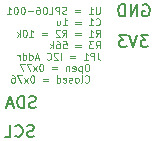
<source format=gbo>
G04 #@! TF.GenerationSoftware,KiCad,Pcbnew,6.0.11*
G04 #@! TF.CreationDate,2025-02-19T14:46:05+01:00*
G04 #@! TF.ProjectId,SPL06,53504c30-362e-46b6-9963-61645f706362,rev?*
G04 #@! TF.SameCoordinates,Original*
G04 #@! TF.FileFunction,Legend,Bot*
G04 #@! TF.FilePolarity,Positive*
%FSLAX46Y46*%
G04 Gerber Fmt 4.6, Leading zero omitted, Abs format (unit mm)*
G04 Created by KiCad (PCBNEW 6.0.11) date 2025-02-19 14:46:05*
%MOMM*%
%LPD*%
G01*
G04 APERTURE LIST*
%ADD10C,0.150000*%
%ADD11C,0.120000*%
%ADD12O,1.700000X1.700000*%
G04 APERTURE END LIST*
D10*
X145251904Y-75660000D02*
X145347142Y-75612380D01*
X145490000Y-75612380D01*
X145632857Y-75660000D01*
X145728095Y-75755238D01*
X145775714Y-75850476D01*
X145823333Y-76040952D01*
X145823333Y-76183809D01*
X145775714Y-76374285D01*
X145728095Y-76469523D01*
X145632857Y-76564761D01*
X145490000Y-76612380D01*
X145394761Y-76612380D01*
X145251904Y-76564761D01*
X145204285Y-76517142D01*
X145204285Y-76183809D01*
X145394761Y-76183809D01*
X144775714Y-76612380D02*
X144775714Y-75612380D01*
X144204285Y-76612380D01*
X144204285Y-75612380D01*
X143728095Y-76612380D02*
X143728095Y-75612380D01*
X143490000Y-75612380D01*
X143347142Y-75660000D01*
X143251904Y-75755238D01*
X143204285Y-75850476D01*
X143156666Y-76040952D01*
X143156666Y-76183809D01*
X143204285Y-76374285D01*
X143251904Y-76469523D01*
X143347142Y-76564761D01*
X143490000Y-76612380D01*
X143728095Y-76612380D01*
X136164285Y-84314761D02*
X136021428Y-84362380D01*
X135783333Y-84362380D01*
X135688095Y-84314761D01*
X135640476Y-84267142D01*
X135592857Y-84171904D01*
X135592857Y-84076666D01*
X135640476Y-83981428D01*
X135688095Y-83933809D01*
X135783333Y-83886190D01*
X135973809Y-83838571D01*
X136069047Y-83790952D01*
X136116666Y-83743333D01*
X136164285Y-83648095D01*
X136164285Y-83552857D01*
X136116666Y-83457619D01*
X136069047Y-83410000D01*
X135973809Y-83362380D01*
X135735714Y-83362380D01*
X135592857Y-83410000D01*
X135164285Y-84362380D02*
X135164285Y-83362380D01*
X134926190Y-83362380D01*
X134783333Y-83410000D01*
X134688095Y-83505238D01*
X134640476Y-83600476D01*
X134592857Y-83790952D01*
X134592857Y-83933809D01*
X134640476Y-84124285D01*
X134688095Y-84219523D01*
X134783333Y-84314761D01*
X134926190Y-84362380D01*
X135164285Y-84362380D01*
X134211904Y-84076666D02*
X133735714Y-84076666D01*
X134307142Y-84362380D02*
X133973809Y-83362380D01*
X133640476Y-84362380D01*
D11*
X141599142Y-75823428D02*
X141599142Y-76309142D01*
X141570571Y-76366285D01*
X141542000Y-76394857D01*
X141484857Y-76423428D01*
X141370571Y-76423428D01*
X141313428Y-76394857D01*
X141284857Y-76366285D01*
X141256285Y-76309142D01*
X141256285Y-75823428D01*
X140656285Y-76423428D02*
X140999142Y-76423428D01*
X140827714Y-76423428D02*
X140827714Y-75823428D01*
X140884857Y-75909142D01*
X140942000Y-75966285D01*
X140999142Y-75994857D01*
X139942000Y-76109142D02*
X139484857Y-76109142D01*
X139484857Y-76280571D02*
X139942000Y-76280571D01*
X138770571Y-76394857D02*
X138684857Y-76423428D01*
X138542000Y-76423428D01*
X138484857Y-76394857D01*
X138456285Y-76366285D01*
X138427714Y-76309142D01*
X138427714Y-76252000D01*
X138456285Y-76194857D01*
X138484857Y-76166285D01*
X138542000Y-76137714D01*
X138656285Y-76109142D01*
X138713428Y-76080571D01*
X138742000Y-76052000D01*
X138770571Y-75994857D01*
X138770571Y-75937714D01*
X138742000Y-75880571D01*
X138713428Y-75852000D01*
X138656285Y-75823428D01*
X138513428Y-75823428D01*
X138427714Y-75852000D01*
X138170571Y-76423428D02*
X138170571Y-75823428D01*
X137942000Y-75823428D01*
X137884857Y-75852000D01*
X137856285Y-75880571D01*
X137827714Y-75937714D01*
X137827714Y-76023428D01*
X137856285Y-76080571D01*
X137884857Y-76109142D01*
X137942000Y-76137714D01*
X138170571Y-76137714D01*
X137284857Y-76423428D02*
X137570571Y-76423428D01*
X137570571Y-75823428D01*
X136970571Y-75823428D02*
X136913428Y-75823428D01*
X136856285Y-75852000D01*
X136827714Y-75880571D01*
X136799142Y-75937714D01*
X136770571Y-76052000D01*
X136770571Y-76194857D01*
X136799142Y-76309142D01*
X136827714Y-76366285D01*
X136856285Y-76394857D01*
X136913428Y-76423428D01*
X136970571Y-76423428D01*
X137027714Y-76394857D01*
X137056285Y-76366285D01*
X137084857Y-76309142D01*
X137113428Y-76194857D01*
X137113428Y-76052000D01*
X137084857Y-75937714D01*
X137056285Y-75880571D01*
X137027714Y-75852000D01*
X136970571Y-75823428D01*
X136256285Y-75823428D02*
X136370571Y-75823428D01*
X136427714Y-75852000D01*
X136456285Y-75880571D01*
X136513428Y-75966285D01*
X136542000Y-76080571D01*
X136542000Y-76309142D01*
X136513428Y-76366285D01*
X136484857Y-76394857D01*
X136427714Y-76423428D01*
X136313428Y-76423428D01*
X136256285Y-76394857D01*
X136227714Y-76366285D01*
X136199142Y-76309142D01*
X136199142Y-76166285D01*
X136227714Y-76109142D01*
X136256285Y-76080571D01*
X136313428Y-76052000D01*
X136427714Y-76052000D01*
X136484857Y-76080571D01*
X136513428Y-76109142D01*
X136542000Y-76166285D01*
X135942000Y-76194857D02*
X135484857Y-76194857D01*
X135084857Y-75823428D02*
X135027714Y-75823428D01*
X134970571Y-75852000D01*
X134942000Y-75880571D01*
X134913428Y-75937714D01*
X134884857Y-76052000D01*
X134884857Y-76194857D01*
X134913428Y-76309142D01*
X134942000Y-76366285D01*
X134970571Y-76394857D01*
X135027714Y-76423428D01*
X135084857Y-76423428D01*
X135142000Y-76394857D01*
X135170571Y-76366285D01*
X135199142Y-76309142D01*
X135227714Y-76194857D01*
X135227714Y-76052000D01*
X135199142Y-75937714D01*
X135170571Y-75880571D01*
X135142000Y-75852000D01*
X135084857Y-75823428D01*
X134513428Y-75823428D02*
X134456285Y-75823428D01*
X134399142Y-75852000D01*
X134370571Y-75880571D01*
X134342000Y-75937714D01*
X134313428Y-76052000D01*
X134313428Y-76194857D01*
X134342000Y-76309142D01*
X134370571Y-76366285D01*
X134399142Y-76394857D01*
X134456285Y-76423428D01*
X134513428Y-76423428D01*
X134570571Y-76394857D01*
X134599142Y-76366285D01*
X134627714Y-76309142D01*
X134656285Y-76194857D01*
X134656285Y-76052000D01*
X134627714Y-75937714D01*
X134599142Y-75880571D01*
X134570571Y-75852000D01*
X134513428Y-75823428D01*
X133742000Y-76423428D02*
X134084857Y-76423428D01*
X133913428Y-76423428D02*
X133913428Y-75823428D01*
X133970571Y-75909142D01*
X134027714Y-75966285D01*
X134084857Y-75994857D01*
X141256285Y-77332285D02*
X141284857Y-77360857D01*
X141370571Y-77389428D01*
X141427714Y-77389428D01*
X141513428Y-77360857D01*
X141570571Y-77303714D01*
X141599142Y-77246571D01*
X141627714Y-77132285D01*
X141627714Y-77046571D01*
X141599142Y-76932285D01*
X141570571Y-76875142D01*
X141513428Y-76818000D01*
X141427714Y-76789428D01*
X141370571Y-76789428D01*
X141284857Y-76818000D01*
X141256285Y-76846571D01*
X140684857Y-77389428D02*
X141027714Y-77389428D01*
X140856285Y-77389428D02*
X140856285Y-76789428D01*
X140913428Y-76875142D01*
X140970571Y-76932285D01*
X141027714Y-76960857D01*
X139970571Y-77075142D02*
X139513428Y-77075142D01*
X139513428Y-77246571D02*
X139970571Y-77246571D01*
X138456285Y-77389428D02*
X138799142Y-77389428D01*
X138627714Y-77389428D02*
X138627714Y-76789428D01*
X138684857Y-76875142D01*
X138742000Y-76932285D01*
X138799142Y-76960857D01*
X137942000Y-76989428D02*
X137942000Y-77389428D01*
X138199142Y-76989428D02*
X138199142Y-77303714D01*
X138170571Y-77360857D01*
X138113428Y-77389428D01*
X138027714Y-77389428D01*
X137970571Y-77360857D01*
X137942000Y-77332285D01*
X141256285Y-78355428D02*
X141456285Y-78069714D01*
X141599142Y-78355428D02*
X141599142Y-77755428D01*
X141370571Y-77755428D01*
X141313428Y-77784000D01*
X141284857Y-77812571D01*
X141256285Y-77869714D01*
X141256285Y-77955428D01*
X141284857Y-78012571D01*
X141313428Y-78041142D01*
X141370571Y-78069714D01*
X141599142Y-78069714D01*
X140684857Y-78355428D02*
X141027714Y-78355428D01*
X140856285Y-78355428D02*
X140856285Y-77755428D01*
X140913428Y-77841142D01*
X140970571Y-77898285D01*
X141027714Y-77926857D01*
X139970571Y-78041142D02*
X139513428Y-78041142D01*
X139513428Y-78212571D02*
X139970571Y-78212571D01*
X138427714Y-78355428D02*
X138627714Y-78069714D01*
X138770571Y-78355428D02*
X138770571Y-77755428D01*
X138542000Y-77755428D01*
X138484857Y-77784000D01*
X138456285Y-77812571D01*
X138427714Y-77869714D01*
X138427714Y-77955428D01*
X138456285Y-78012571D01*
X138484857Y-78041142D01*
X138542000Y-78069714D01*
X138770571Y-78069714D01*
X138199142Y-77812571D02*
X138170571Y-77784000D01*
X138113428Y-77755428D01*
X137970571Y-77755428D01*
X137913428Y-77784000D01*
X137884857Y-77812571D01*
X137856285Y-77869714D01*
X137856285Y-77926857D01*
X137884857Y-78012571D01*
X138227714Y-78355428D01*
X137856285Y-78355428D01*
X137142000Y-78041142D02*
X136684857Y-78041142D01*
X136684857Y-78212571D02*
X137142000Y-78212571D01*
X135627714Y-78355428D02*
X135970571Y-78355428D01*
X135799142Y-78355428D02*
X135799142Y-77755428D01*
X135856285Y-77841142D01*
X135913428Y-77898285D01*
X135970571Y-77926857D01*
X135256285Y-77755428D02*
X135199142Y-77755428D01*
X135142000Y-77784000D01*
X135113428Y-77812571D01*
X135084857Y-77869714D01*
X135056285Y-77984000D01*
X135056285Y-78126857D01*
X135084857Y-78241142D01*
X135113428Y-78298285D01*
X135142000Y-78326857D01*
X135199142Y-78355428D01*
X135256285Y-78355428D01*
X135313428Y-78326857D01*
X135342000Y-78298285D01*
X135370571Y-78241142D01*
X135399142Y-78126857D01*
X135399142Y-77984000D01*
X135370571Y-77869714D01*
X135342000Y-77812571D01*
X135313428Y-77784000D01*
X135256285Y-77755428D01*
X134799142Y-78355428D02*
X134799142Y-77755428D01*
X134742000Y-78126857D02*
X134570571Y-78355428D01*
X134570571Y-77955428D02*
X134799142Y-78184000D01*
X141256285Y-79321428D02*
X141456285Y-79035714D01*
X141599142Y-79321428D02*
X141599142Y-78721428D01*
X141370571Y-78721428D01*
X141313428Y-78750000D01*
X141284857Y-78778571D01*
X141256285Y-78835714D01*
X141256285Y-78921428D01*
X141284857Y-78978571D01*
X141313428Y-79007142D01*
X141370571Y-79035714D01*
X141599142Y-79035714D01*
X141056285Y-78721428D02*
X140684857Y-78721428D01*
X140884857Y-78950000D01*
X140799142Y-78950000D01*
X140742000Y-78978571D01*
X140713428Y-79007142D01*
X140684857Y-79064285D01*
X140684857Y-79207142D01*
X140713428Y-79264285D01*
X140742000Y-79292857D01*
X140799142Y-79321428D01*
X140970571Y-79321428D01*
X141027714Y-79292857D01*
X141056285Y-79264285D01*
X139970571Y-79007142D02*
X139513428Y-79007142D01*
X139513428Y-79178571D02*
X139970571Y-79178571D01*
X138484857Y-78721428D02*
X138770571Y-78721428D01*
X138799142Y-79007142D01*
X138770571Y-78978571D01*
X138713428Y-78950000D01*
X138570571Y-78950000D01*
X138513428Y-78978571D01*
X138484857Y-79007142D01*
X138456285Y-79064285D01*
X138456285Y-79207142D01*
X138484857Y-79264285D01*
X138513428Y-79292857D01*
X138570571Y-79321428D01*
X138713428Y-79321428D01*
X138770571Y-79292857D01*
X138799142Y-79264285D01*
X137942000Y-78721428D02*
X138056285Y-78721428D01*
X138113428Y-78750000D01*
X138142000Y-78778571D01*
X138199142Y-78864285D01*
X138227714Y-78978571D01*
X138227714Y-79207142D01*
X138199142Y-79264285D01*
X138170571Y-79292857D01*
X138113428Y-79321428D01*
X137999142Y-79321428D01*
X137942000Y-79292857D01*
X137913428Y-79264285D01*
X137884857Y-79207142D01*
X137884857Y-79064285D01*
X137913428Y-79007142D01*
X137942000Y-78978571D01*
X137999142Y-78950000D01*
X138113428Y-78950000D01*
X138170571Y-78978571D01*
X138199142Y-79007142D01*
X138227714Y-79064285D01*
X137627714Y-79321428D02*
X137627714Y-78721428D01*
X137570571Y-79092857D02*
X137399142Y-79321428D01*
X137399142Y-78921428D02*
X137627714Y-79150000D01*
X141427714Y-79687428D02*
X141427714Y-80116000D01*
X141456285Y-80201714D01*
X141513428Y-80258857D01*
X141599142Y-80287428D01*
X141656285Y-80287428D01*
X141142000Y-80287428D02*
X141142000Y-79687428D01*
X140913428Y-79687428D01*
X140856285Y-79716000D01*
X140827714Y-79744571D01*
X140799142Y-79801714D01*
X140799142Y-79887428D01*
X140827714Y-79944571D01*
X140856285Y-79973142D01*
X140913428Y-80001714D01*
X141142000Y-80001714D01*
X140227714Y-80287428D02*
X140570571Y-80287428D01*
X140399142Y-80287428D02*
X140399142Y-79687428D01*
X140456285Y-79773142D01*
X140513428Y-79830285D01*
X140570571Y-79858857D01*
X139513428Y-79973142D02*
X139056285Y-79973142D01*
X139056285Y-80144571D02*
X139513428Y-80144571D01*
X138313428Y-80287428D02*
X138313428Y-79687428D01*
X138056285Y-79744571D02*
X138027714Y-79716000D01*
X137970571Y-79687428D01*
X137827714Y-79687428D01*
X137770571Y-79716000D01*
X137742000Y-79744571D01*
X137713428Y-79801714D01*
X137713428Y-79858857D01*
X137742000Y-79944571D01*
X138084857Y-80287428D01*
X137713428Y-80287428D01*
X137113428Y-80230285D02*
X137142000Y-80258857D01*
X137227714Y-80287428D01*
X137284857Y-80287428D01*
X137370571Y-80258857D01*
X137427714Y-80201714D01*
X137456285Y-80144571D01*
X137484857Y-80030285D01*
X137484857Y-79944571D01*
X137456285Y-79830285D01*
X137427714Y-79773142D01*
X137370571Y-79716000D01*
X137284857Y-79687428D01*
X137227714Y-79687428D01*
X137142000Y-79716000D01*
X137113428Y-79744571D01*
X136427714Y-80116000D02*
X136142000Y-80116000D01*
X136484857Y-80287428D02*
X136284857Y-79687428D01*
X136084857Y-80287428D01*
X135627714Y-80287428D02*
X135627714Y-79687428D01*
X135627714Y-80258857D02*
X135684857Y-80287428D01*
X135799142Y-80287428D01*
X135856285Y-80258857D01*
X135884857Y-80230285D01*
X135913428Y-80173142D01*
X135913428Y-80001714D01*
X135884857Y-79944571D01*
X135856285Y-79916000D01*
X135799142Y-79887428D01*
X135684857Y-79887428D01*
X135627714Y-79916000D01*
X135084857Y-80287428D02*
X135084857Y-79687428D01*
X135084857Y-80258857D02*
X135142000Y-80287428D01*
X135256285Y-80287428D01*
X135313428Y-80258857D01*
X135342000Y-80230285D01*
X135370571Y-80173142D01*
X135370571Y-80001714D01*
X135342000Y-79944571D01*
X135313428Y-79916000D01*
X135256285Y-79887428D01*
X135142000Y-79887428D01*
X135084857Y-79916000D01*
X134799142Y-80287428D02*
X134799142Y-79887428D01*
X134799142Y-80001714D02*
X134770571Y-79944571D01*
X134742000Y-79916000D01*
X134684857Y-79887428D01*
X134627714Y-79887428D01*
X140570571Y-80653428D02*
X140456285Y-80653428D01*
X140399142Y-80682000D01*
X140342000Y-80739142D01*
X140313428Y-80853428D01*
X140313428Y-81053428D01*
X140342000Y-81167714D01*
X140399142Y-81224857D01*
X140456285Y-81253428D01*
X140570571Y-81253428D01*
X140627714Y-81224857D01*
X140684857Y-81167714D01*
X140713428Y-81053428D01*
X140713428Y-80853428D01*
X140684857Y-80739142D01*
X140627714Y-80682000D01*
X140570571Y-80653428D01*
X140056285Y-80853428D02*
X140056285Y-81453428D01*
X140056285Y-80882000D02*
X139999142Y-80853428D01*
X139884857Y-80853428D01*
X139827714Y-80882000D01*
X139799142Y-80910571D01*
X139770571Y-80967714D01*
X139770571Y-81139142D01*
X139799142Y-81196285D01*
X139827714Y-81224857D01*
X139884857Y-81253428D01*
X139999142Y-81253428D01*
X140056285Y-81224857D01*
X139284857Y-81224857D02*
X139342000Y-81253428D01*
X139456285Y-81253428D01*
X139513428Y-81224857D01*
X139542000Y-81167714D01*
X139542000Y-80939142D01*
X139513428Y-80882000D01*
X139456285Y-80853428D01*
X139342000Y-80853428D01*
X139284857Y-80882000D01*
X139256285Y-80939142D01*
X139256285Y-80996285D01*
X139542000Y-81053428D01*
X138999142Y-80853428D02*
X138999142Y-81253428D01*
X138999142Y-80910571D02*
X138970571Y-80882000D01*
X138913428Y-80853428D01*
X138827714Y-80853428D01*
X138770571Y-80882000D01*
X138742000Y-80939142D01*
X138742000Y-81253428D01*
X137999142Y-80939142D02*
X137542000Y-80939142D01*
X137542000Y-81110571D02*
X137999142Y-81110571D01*
X136684857Y-80653428D02*
X136627714Y-80653428D01*
X136570571Y-80682000D01*
X136542000Y-80710571D01*
X136513428Y-80767714D01*
X136484857Y-80882000D01*
X136484857Y-81024857D01*
X136513428Y-81139142D01*
X136542000Y-81196285D01*
X136570571Y-81224857D01*
X136627714Y-81253428D01*
X136684857Y-81253428D01*
X136742000Y-81224857D01*
X136770571Y-81196285D01*
X136799142Y-81139142D01*
X136827714Y-81024857D01*
X136827714Y-80882000D01*
X136799142Y-80767714D01*
X136770571Y-80710571D01*
X136742000Y-80682000D01*
X136684857Y-80653428D01*
X136284857Y-81253428D02*
X135970571Y-80853428D01*
X136284857Y-80853428D02*
X135970571Y-81253428D01*
X135799142Y-80653428D02*
X135399142Y-80653428D01*
X135656285Y-81253428D01*
X135227714Y-80653428D02*
X134827714Y-80653428D01*
X135084857Y-81253428D01*
X140342000Y-82162285D02*
X140370571Y-82190857D01*
X140456285Y-82219428D01*
X140513428Y-82219428D01*
X140599142Y-82190857D01*
X140656285Y-82133714D01*
X140684857Y-82076571D01*
X140713428Y-81962285D01*
X140713428Y-81876571D01*
X140684857Y-81762285D01*
X140656285Y-81705142D01*
X140599142Y-81648000D01*
X140513428Y-81619428D01*
X140456285Y-81619428D01*
X140370571Y-81648000D01*
X140342000Y-81676571D01*
X139999142Y-82219428D02*
X140056285Y-82190857D01*
X140084857Y-82133714D01*
X140084857Y-81619428D01*
X139684857Y-82219428D02*
X139742000Y-82190857D01*
X139770571Y-82162285D01*
X139799142Y-82105142D01*
X139799142Y-81933714D01*
X139770571Y-81876571D01*
X139742000Y-81848000D01*
X139684857Y-81819428D01*
X139599142Y-81819428D01*
X139542000Y-81848000D01*
X139513428Y-81876571D01*
X139484857Y-81933714D01*
X139484857Y-82105142D01*
X139513428Y-82162285D01*
X139542000Y-82190857D01*
X139599142Y-82219428D01*
X139684857Y-82219428D01*
X139256285Y-82190857D02*
X139199142Y-82219428D01*
X139084857Y-82219428D01*
X139027714Y-82190857D01*
X138999142Y-82133714D01*
X138999142Y-82105142D01*
X139027714Y-82048000D01*
X139084857Y-82019428D01*
X139170571Y-82019428D01*
X139227714Y-81990857D01*
X139256285Y-81933714D01*
X139256285Y-81905142D01*
X139227714Y-81848000D01*
X139170571Y-81819428D01*
X139084857Y-81819428D01*
X139027714Y-81848000D01*
X138513428Y-82190857D02*
X138570571Y-82219428D01*
X138684857Y-82219428D01*
X138742000Y-82190857D01*
X138770571Y-82133714D01*
X138770571Y-81905142D01*
X138742000Y-81848000D01*
X138684857Y-81819428D01*
X138570571Y-81819428D01*
X138513428Y-81848000D01*
X138484857Y-81905142D01*
X138484857Y-81962285D01*
X138770571Y-82019428D01*
X137970571Y-82219428D02*
X137970571Y-81619428D01*
X137970571Y-82190857D02*
X138027714Y-82219428D01*
X138142000Y-82219428D01*
X138199142Y-82190857D01*
X138227714Y-82162285D01*
X138256285Y-82105142D01*
X138256285Y-81933714D01*
X138227714Y-81876571D01*
X138199142Y-81848000D01*
X138142000Y-81819428D01*
X138027714Y-81819428D01*
X137970571Y-81848000D01*
X137227714Y-81905142D02*
X136770571Y-81905142D01*
X136770571Y-82076571D02*
X137227714Y-82076571D01*
X135913428Y-81619428D02*
X135856285Y-81619428D01*
X135799142Y-81648000D01*
X135770571Y-81676571D01*
X135742000Y-81733714D01*
X135713428Y-81848000D01*
X135713428Y-81990857D01*
X135742000Y-82105142D01*
X135770571Y-82162285D01*
X135799142Y-82190857D01*
X135856285Y-82219428D01*
X135913428Y-82219428D01*
X135970571Y-82190857D01*
X135999142Y-82162285D01*
X136027714Y-82105142D01*
X136056285Y-81990857D01*
X136056285Y-81848000D01*
X136027714Y-81733714D01*
X135999142Y-81676571D01*
X135970571Y-81648000D01*
X135913428Y-81619428D01*
X135513428Y-82219428D02*
X135199142Y-81819428D01*
X135513428Y-81819428D02*
X135199142Y-82219428D01*
X135027714Y-81619428D02*
X134627714Y-81619428D01*
X134884857Y-82219428D01*
X134142000Y-81619428D02*
X134256285Y-81619428D01*
X134313428Y-81648000D01*
X134342000Y-81676571D01*
X134399142Y-81762285D01*
X134427714Y-81876571D01*
X134427714Y-82105142D01*
X134399142Y-82162285D01*
X134370571Y-82190857D01*
X134313428Y-82219428D01*
X134199142Y-82219428D01*
X134142000Y-82190857D01*
X134113428Y-82162285D01*
X134084857Y-82105142D01*
X134084857Y-81962285D01*
X134113428Y-81905142D01*
X134142000Y-81876571D01*
X134199142Y-81848000D01*
X134313428Y-81848000D01*
X134370571Y-81876571D01*
X134399142Y-81905142D01*
X134427714Y-81962285D01*
D10*
X145668095Y-78212380D02*
X145049047Y-78212380D01*
X145382380Y-78593333D01*
X145239523Y-78593333D01*
X145144285Y-78640952D01*
X145096666Y-78688571D01*
X145049047Y-78783809D01*
X145049047Y-79021904D01*
X145096666Y-79117142D01*
X145144285Y-79164761D01*
X145239523Y-79212380D01*
X145525238Y-79212380D01*
X145620476Y-79164761D01*
X145668095Y-79117142D01*
X144763333Y-78212380D02*
X144430000Y-79212380D01*
X144096666Y-78212380D01*
X143858571Y-78212380D02*
X143239523Y-78212380D01*
X143572857Y-78593333D01*
X143430000Y-78593333D01*
X143334761Y-78640952D01*
X143287142Y-78688571D01*
X143239523Y-78783809D01*
X143239523Y-79021904D01*
X143287142Y-79117142D01*
X143334761Y-79164761D01*
X143430000Y-79212380D01*
X143715714Y-79212380D01*
X143810952Y-79164761D01*
X143858571Y-79117142D01*
X136010476Y-86764761D02*
X135867619Y-86812380D01*
X135629523Y-86812380D01*
X135534285Y-86764761D01*
X135486666Y-86717142D01*
X135439047Y-86621904D01*
X135439047Y-86526666D01*
X135486666Y-86431428D01*
X135534285Y-86383809D01*
X135629523Y-86336190D01*
X135820000Y-86288571D01*
X135915238Y-86240952D01*
X135962857Y-86193333D01*
X136010476Y-86098095D01*
X136010476Y-86002857D01*
X135962857Y-85907619D01*
X135915238Y-85860000D01*
X135820000Y-85812380D01*
X135581904Y-85812380D01*
X135439047Y-85860000D01*
X134439047Y-86717142D02*
X134486666Y-86764761D01*
X134629523Y-86812380D01*
X134724761Y-86812380D01*
X134867619Y-86764761D01*
X134962857Y-86669523D01*
X135010476Y-86574285D01*
X135058095Y-86383809D01*
X135058095Y-86240952D01*
X135010476Y-86050476D01*
X134962857Y-85955238D01*
X134867619Y-85860000D01*
X134724761Y-85812380D01*
X134629523Y-85812380D01*
X134486666Y-85860000D01*
X134439047Y-85907619D01*
X133534285Y-86812380D02*
X134010476Y-86812380D01*
X134010476Y-85812380D01*
%LPC*%
D12*
X147320000Y-76200000D03*
X147320000Y-78740000D03*
X147320000Y-81280000D03*
X147320000Y-83820000D03*
X147320000Y-86360000D03*
X132080000Y-86360000D03*
X132080000Y-83820000D03*
X132080000Y-81280000D03*
X132080000Y-78740000D03*
X132080000Y-76200000D03*
M02*

</source>
